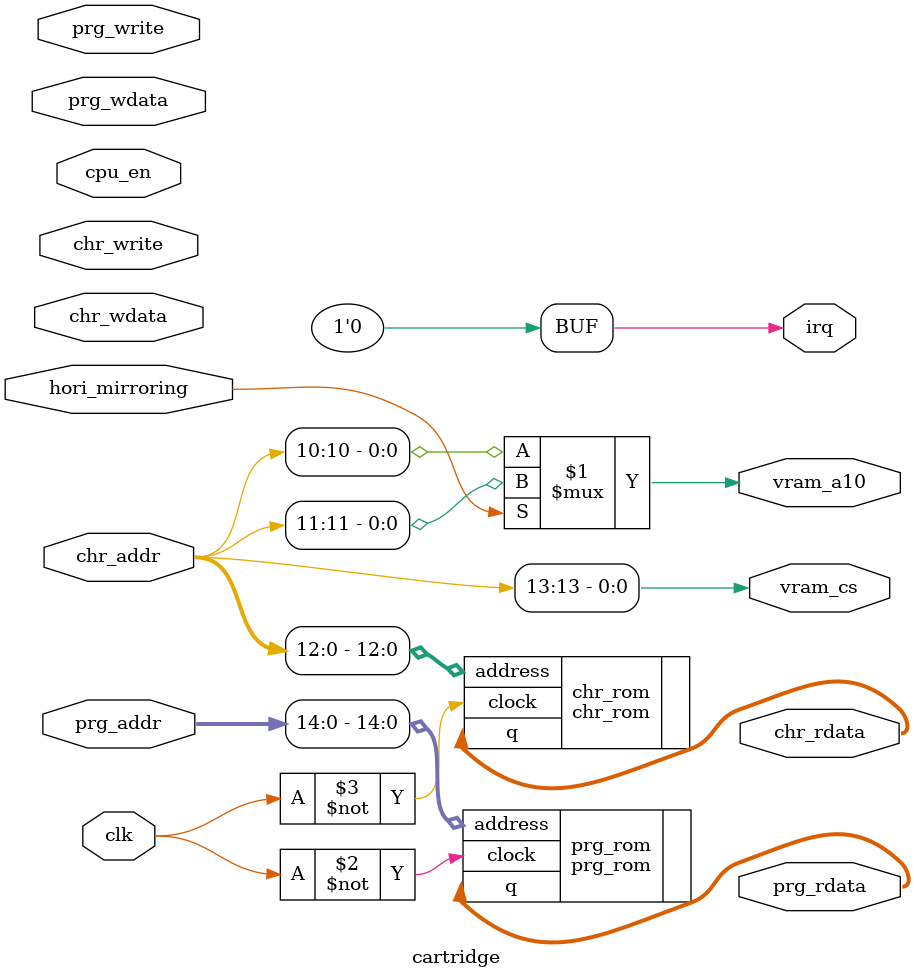
<source format=sv>

module cartridge (
    input  logic clk,
    input  logic cpu_en,
    
    input  logic [15:0] prg_addr,
    output logic [7:0] prg_rdata,
    input  logic [7:0] prg_wdata,
    input  logic prg_write,

    input  logic [13:0] chr_addr,
    output logic [7:0] chr_rdata,
    input  logic [7:0] chr_wdata,
    input  logic chr_write,

    input  logic hori_mirroring,

    output logic irq,
    output logic vram_cs,
    output logic vram_a10
);

    assign irq = 1'b0;
    assign vram_cs = chr_addr[13];
    assign vram_a10 = hori_mirroring ? chr_addr[11] : chr_addr[10];

    prg_rom prg_rom(            // IP (1-PORT ROM)
        .clock(~clk),
        .address(prg_addr[14:0]),
        .q(prg_rdata)
    );

    chr_rom chr_rom(            // IP (1-PORT ROM)
        .clock(~clk),
        .address(chr_addr[12:0]),
        .q(chr_rdata)
    );
    
endmodule

</source>
